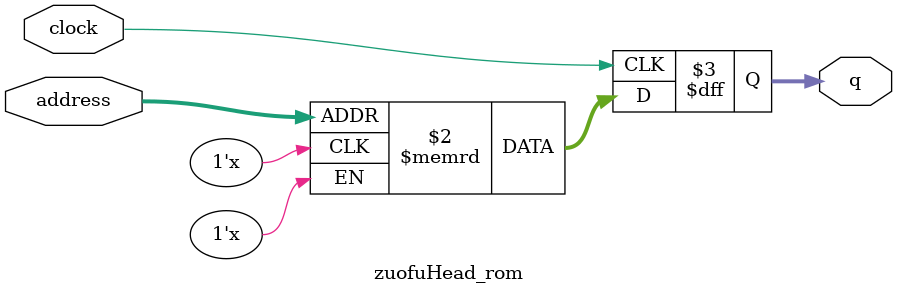
<source format=sv>
module zuofuHead_rom (
	input logic clock,
	input logic [10:0] address,
	output logic [2:0] q
);

logic [2:0] memory [0:1343] /* synthesis ram_init_file = "./zuofuHead/zuofuHead.COE" */;

always_ff @ (posedge clock) begin
	q <= memory[address];
end

endmodule

</source>
